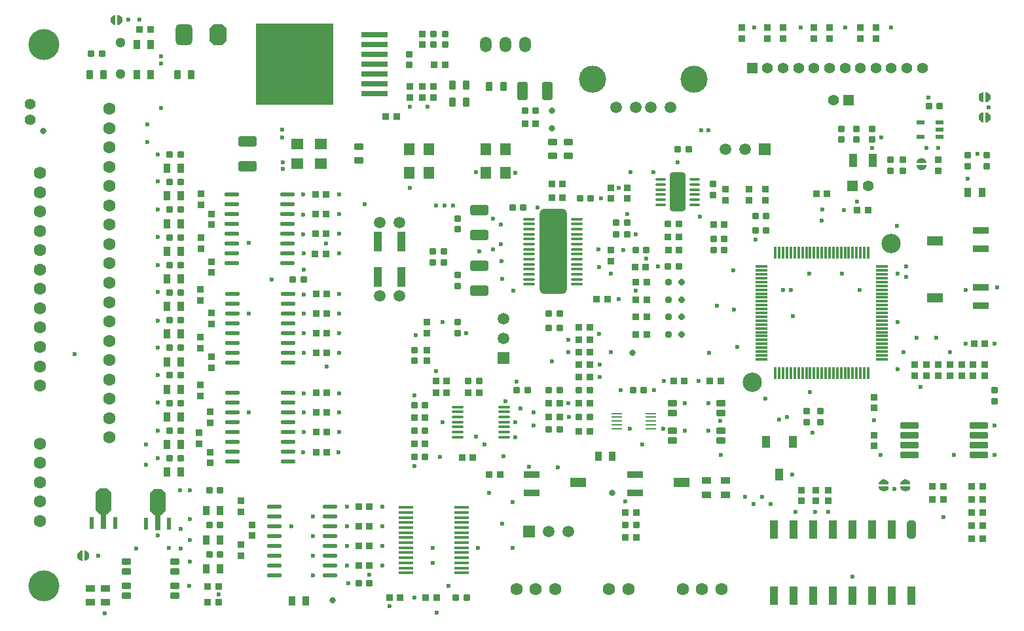
<source format=gts>
G04*
G04 #@! TF.GenerationSoftware,Altium Limited,Altium Designer,21.6.1 (37)*
G04*
G04 Layer_Color=8388736*
%FSLAX44Y44*%
%MOMM*%
G71*
G04*
G04 #@! TF.SameCoordinates,3233E1FD-44FA-4E4D-806F-7065AC5E4394*
G04*
G04*
G04 #@! TF.FilePolarity,Negative*
G04*
G01*
G75*
%ADD20C,0.2000*%
%ADD29R,1.1300X2.4400*%
G04:AMPARAMS|DCode=30|XSize=2.44mm|YSize=1.13mm|CornerRadius=0mm|HoleSize=0mm|Usage=FLASHONLY|Rotation=270.000|XOffset=0mm|YOffset=0mm|HoleType=Round|Shape=Octagon|*
%AMOCTAGOND30*
4,1,8,-0.2825,-1.2200,0.2825,-1.2200,0.5650,-0.9375,0.5650,0.9375,0.2825,1.2200,-0.2825,1.2200,-0.5650,0.9375,-0.5650,-0.9375,-0.2825,-1.2200,0.0*
%
%ADD30OCTAGOND30*%

G04:AMPARAMS|DCode=33|XSize=2.159mm|YSize=2.743mm|CornerRadius=0.5397mm|HoleSize=0mm|Usage=FLASHONLY|Rotation=180.000|XOffset=0mm|YOffset=0mm|HoleType=Round|Shape=RoundedRectangle|*
%AMROUNDEDRECTD33*
21,1,2.1590,1.6635,0,0,180.0*
21,1,1.0795,2.7430,0,0,180.0*
1,1,1.0795,-0.5397,0.8317*
1,1,1.0795,0.5397,0.8317*
1,1,1.0795,0.5397,-0.8317*
1,1,1.0795,-0.5397,-0.8317*
%
%ADD33ROUNDEDRECTD33*%
G04:AMPARAMS|DCode=34|XSize=2.159mm|YSize=2.743mm|CornerRadius=0mm|HoleSize=0mm|Usage=FLASHONLY|Rotation=180.000|XOffset=0mm|YOffset=0mm|HoleType=Round|Shape=Octagon|*
%AMOCTAGOND34*
4,1,8,0.5397,-1.3715,-0.5397,-1.3715,-1.0795,-0.8317,-1.0795,0.8317,-0.5397,1.3715,0.5397,1.3715,1.0795,0.8317,1.0795,-0.8317,0.5397,-1.3715,0.0*
%
%ADD34OCTAGOND34*%

G04:AMPARAMS|DCode=36|XSize=0.35mm|YSize=1.3mm|CornerRadius=0.0525mm|HoleSize=0mm|Usage=FLASHONLY|Rotation=90.000|XOffset=0mm|YOffset=0mm|HoleType=Round|Shape=RoundedRectangle|*
%AMROUNDEDRECTD36*
21,1,0.3500,1.1950,0,0,90.0*
21,1,0.2450,1.3000,0,0,90.0*
1,1,0.1050,0.5975,0.1225*
1,1,0.1050,0.5975,-0.1225*
1,1,0.1050,-0.5975,-0.1225*
1,1,0.1050,-0.5975,0.1225*
%
%ADD36ROUNDEDRECTD36*%
G04:AMPARAMS|DCode=37|XSize=5mm|YSize=2mm|CornerRadius=0.3mm|HoleSize=0mm|Usage=FLASHONLY|Rotation=90.000|XOffset=0mm|YOffset=0mm|HoleType=Round|Shape=RoundedRectangle|*
%AMROUNDEDRECTD37*
21,1,5.0000,1.4000,0,0,90.0*
21,1,4.4000,2.0000,0,0,90.0*
1,1,0.6000,0.7000,2.2000*
1,1,0.6000,0.7000,-2.2000*
1,1,0.6000,-0.7000,-2.2000*
1,1,0.6000,-0.7000,2.2000*
%
%ADD37ROUNDEDRECTD37*%
%ADD38R,2.0000X0.9000*%
%ADD39R,2.0000X1.3000*%
G04:AMPARAMS|DCode=40|XSize=0.4mm|YSize=1.8mm|CornerRadius=0.06mm|HoleSize=0mm|Usage=FLASHONLY|Rotation=90.000|XOffset=0mm|YOffset=0mm|HoleType=Round|Shape=RoundedRectangle|*
%AMROUNDEDRECTD40*
21,1,0.4000,1.6800,0,0,90.0*
21,1,0.2800,1.8000,0,0,90.0*
1,1,0.1200,0.8400,0.1400*
1,1,0.1200,0.8400,-0.1400*
1,1,0.1200,-0.8400,-0.1400*
1,1,0.1200,-0.8400,0.1400*
%
%ADD40ROUNDEDRECTD40*%
G04:AMPARAMS|DCode=43|XSize=0.25mm|YSize=1.3mm|CornerRadius=0.0375mm|HoleSize=0mm|Usage=FLASHONLY|Rotation=270.000|XOffset=0mm|YOffset=0mm|HoleType=Round|Shape=RoundedRectangle|*
%AMROUNDEDRECTD43*
21,1,0.2500,1.2250,0,0,270.0*
21,1,0.1750,1.3000,0,0,270.0*
1,1,0.0750,-0.6125,-0.0875*
1,1,0.0750,-0.6125,0.0875*
1,1,0.0750,0.6125,0.0875*
1,1,0.0750,0.6125,-0.0875*
%
%ADD43ROUNDEDRECTD43*%
G04:AMPARAMS|DCode=44|XSize=0.8mm|YSize=1.2mm|CornerRadius=0.12mm|HoleSize=0mm|Usage=FLASHONLY|Rotation=270.000|XOffset=0mm|YOffset=0mm|HoleType=Round|Shape=RoundedRectangle|*
%AMROUNDEDRECTD44*
21,1,0.8000,0.9600,0,0,270.0*
21,1,0.5600,1.2000,0,0,270.0*
1,1,0.2400,-0.4800,-0.2800*
1,1,0.2400,-0.4800,0.2800*
1,1,0.2400,0.4800,0.2800*
1,1,0.2400,0.4800,-0.2800*
%
%ADD44ROUNDEDRECTD44*%
G04:AMPARAMS|DCode=45|XSize=1mm|YSize=1.6mm|CornerRadius=0.1mm|HoleSize=0mm|Usage=FLASHONLY|Rotation=0.000|XOffset=0mm|YOffset=0mm|HoleType=Round|Shape=RoundedRectangle|*
%AMROUNDEDRECTD45*
21,1,1.0000,1.4000,0,0,0.0*
21,1,0.8000,1.6000,0,0,0.0*
1,1,0.2000,0.4000,-0.7000*
1,1,0.2000,-0.4000,-0.7000*
1,1,0.2000,-0.4000,0.7000*
1,1,0.2000,0.4000,0.7000*
%
%ADD45ROUNDEDRECTD45*%
%ADD46R,1.4000X1.5000*%
%ADD48R,0.6000X1.5000*%
%ADD49R,0.7000X2.0000*%
G04:AMPARAMS|DCode=50|XSize=2mm|YSize=3.4mm|CornerRadius=0mm|HoleSize=0mm|Usage=FLASHONLY|Rotation=180.000|XOffset=0mm|YOffset=0mm|HoleType=Round|Shape=Octagon|*
%AMOCTAGOND50*
4,1,8,0.5000,-1.7000,-0.5000,-1.7000,-1.0000,-1.2000,-1.0000,1.2000,-0.5000,1.7000,0.5000,1.7000,1.0000,1.2000,1.0000,-1.2000,0.5000,-1.7000,0.0*
%
%ADD50OCTAGOND50*%

%ADD51R,1.0000X1.8000*%
G04:AMPARAMS|DCode=52|XSize=0.55mm|YSize=1.1mm|CornerRadius=0.055mm|HoleSize=0mm|Usage=FLASHONLY|Rotation=90.000|XOffset=0mm|YOffset=0mm|HoleType=Round|Shape=RoundedRectangle|*
%AMROUNDEDRECTD52*
21,1,0.5500,0.9900,0,0,90.0*
21,1,0.4400,1.1000,0,0,90.0*
1,1,0.1100,0.4950,0.2200*
1,1,0.1100,0.4950,-0.2200*
1,1,0.1100,-0.4950,-0.2200*
1,1,0.1100,-0.4950,0.2200*
%
%ADD52ROUNDEDRECTD52*%
G04:AMPARAMS|DCode=53|XSize=0.3mm|YSize=1.5mm|CornerRadius=0.045mm|HoleSize=0mm|Usage=FLASHONLY|Rotation=90.000|XOffset=0mm|YOffset=0mm|HoleType=Round|Shape=RoundedRectangle|*
%AMROUNDEDRECTD53*
21,1,0.3000,1.4100,0,0,90.0*
21,1,0.2100,1.5000,0,0,90.0*
1,1,0.0900,0.7050,0.1050*
1,1,0.0900,0.7050,-0.1050*
1,1,0.0900,-0.7050,-0.1050*
1,1,0.0900,-0.7050,0.1050*
%
%ADD53ROUNDEDRECTD53*%
%ADD54P,0.8659X8X202.5*%
G04:AMPARAMS|DCode=55|XSize=0.8mm|YSize=0.8mm|CornerRadius=0.2mm|HoleSize=0mm|Usage=FLASHONLY|Rotation=180.000|XOffset=0mm|YOffset=0mm|HoleType=Round|Shape=RoundedRectangle|*
%AMROUNDEDRECTD55*
21,1,0.8000,0.4000,0,0,180.0*
21,1,0.4000,0.8000,0,0,180.0*
1,1,0.4000,-0.2000,0.2000*
1,1,0.4000,0.2000,0.2000*
1,1,0.4000,0.2000,-0.2000*
1,1,0.4000,-0.2000,-0.2000*
%
%ADD55ROUNDEDRECTD55*%
G04:AMPARAMS|DCode=56|XSize=11mm|YSize=3.5mm|CornerRadius=0.525mm|HoleSize=0mm|Usage=FLASHONLY|Rotation=270.000|XOffset=0mm|YOffset=0mm|HoleType=Round|Shape=RoundedRectangle|*
%AMROUNDEDRECTD56*
21,1,11.0000,2.4500,0,0,270.0*
21,1,9.9500,3.5000,0,0,270.0*
1,1,1.0500,-1.2250,-4.9750*
1,1,1.0500,-1.2250,4.9750*
1,1,1.0500,1.2250,4.9750*
1,1,1.0500,1.2250,-4.9750*
%
%ADD56ROUNDEDRECTD56*%
%ADD57R,3.5000X0.8000*%
%ADD58R,10.0000X10.5500*%
%ADD59R,1.5000X1.4000*%
G04:AMPARAMS|DCode=60|XSize=0.5mm|YSize=1.8mm|CornerRadius=0.075mm|HoleSize=0mm|Usage=FLASHONLY|Rotation=90.000|XOffset=0mm|YOffset=0mm|HoleType=Round|Shape=RoundedRectangle|*
%AMROUNDEDRECTD60*
21,1,0.5000,1.6500,0,0,90.0*
21,1,0.3500,1.8000,0,0,90.0*
1,1,0.1500,0.8250,0.1750*
1,1,0.1500,0.8250,-0.1750*
1,1,0.1500,-0.8250,-0.1750*
1,1,0.1500,-0.8250,0.1750*
%
%ADD60ROUNDEDRECTD60*%
%ADD61C,2.5000*%
%ADD62C,0.4032*%
%ADD63C,0.8000*%
%ADD64O,1.5900X0.3900*%
%ADD65O,0.3900X1.5900*%
G04:AMPARAMS|DCode=66|XSize=0.85mm|YSize=0.85mm|CornerRadius=0.125mm|HoleSize=0mm|Usage=FLASHONLY|Rotation=270.000|XOffset=0mm|YOffset=0mm|HoleType=Round|Shape=RoundedRectangle|*
%AMROUNDEDRECTD66*
21,1,0.8500,0.6000,0,0,270.0*
21,1,0.6000,0.8500,0,0,270.0*
1,1,0.2500,-0.3000,-0.3000*
1,1,0.2500,-0.3000,0.3000*
1,1,0.2500,0.3000,0.3000*
1,1,0.2500,0.3000,-0.3000*
%
%ADD66ROUNDEDRECTD66*%
G04:AMPARAMS|DCode=67|XSize=0.85mm|YSize=0.85mm|CornerRadius=0.125mm|HoleSize=0mm|Usage=FLASHONLY|Rotation=0.000|XOffset=0mm|YOffset=0mm|HoleType=Round|Shape=RoundedRectangle|*
%AMROUNDEDRECTD67*
21,1,0.8500,0.6000,0,0,0.0*
21,1,0.6000,0.8500,0,0,0.0*
1,1,0.2500,0.3000,-0.3000*
1,1,0.2500,-0.3000,-0.3000*
1,1,0.2500,-0.3000,0.3000*
1,1,0.2500,0.3000,0.3000*
%
%ADD67ROUNDEDRECTD67*%
%ADD68R,1.1000X2.6000*%
G04:AMPARAMS|DCode=69|XSize=1.2mm|YSize=0.9mm|CornerRadius=0.13mm|HoleSize=0mm|Usage=FLASHONLY|Rotation=270.000|XOffset=0mm|YOffset=0mm|HoleType=Round|Shape=RoundedRectangle|*
%AMROUNDEDRECTD69*
21,1,1.2000,0.6400,0,0,270.0*
21,1,0.9400,0.9000,0,0,270.0*
1,1,0.2600,-0.3200,-0.4700*
1,1,0.2600,-0.3200,0.4700*
1,1,0.2600,0.3200,0.4700*
1,1,0.2600,0.3200,-0.4700*
%
%ADD69ROUNDEDRECTD69*%
%ADD70R,0.8500X0.9000*%
%ADD71R,0.9000X1.3000*%
%ADD72R,0.9000X0.8500*%
G04:AMPARAMS|DCode=73|XSize=1.3mm|YSize=2.4mm|CornerRadius=0.17mm|HoleSize=0mm|Usage=FLASHONLY|Rotation=270.000|XOffset=0mm|YOffset=0mm|HoleType=Round|Shape=RoundedRectangle|*
%AMROUNDEDRECTD73*
21,1,1.3000,2.0600,0,0,270.0*
21,1,0.9600,2.4000,0,0,270.0*
1,1,0.3400,-1.0300,-0.4800*
1,1,0.3400,-1.0300,0.4800*
1,1,0.3400,1.0300,0.4800*
1,1,0.3400,1.0300,-0.4800*
%
%ADD73ROUNDEDRECTD73*%
G04:AMPARAMS|DCode=74|XSize=1.2mm|YSize=0.9mm|CornerRadius=0.13mm|HoleSize=0mm|Usage=FLASHONLY|Rotation=180.000|XOffset=0mm|YOffset=0mm|HoleType=Round|Shape=RoundedRectangle|*
%AMROUNDEDRECTD74*
21,1,1.2000,0.6400,0,0,180.0*
21,1,0.9400,0.9000,0,0,180.0*
1,1,0.2600,-0.4700,0.3200*
1,1,0.2600,0.4700,0.3200*
1,1,0.2600,0.4700,-0.3200*
1,1,0.2600,-0.4700,-0.3200*
%
%ADD74ROUNDEDRECTD74*%
G04:AMPARAMS|DCode=75|XSize=0.8mm|YSize=2.4mm|CornerRadius=0.12mm|HoleSize=0mm|Usage=FLASHONLY|Rotation=270.000|XOffset=0mm|YOffset=0mm|HoleType=Round|Shape=RoundedRectangle|*
%AMROUNDEDRECTD75*
21,1,0.8000,2.1600,0,0,270.0*
21,1,0.5600,2.4000,0,0,270.0*
1,1,0.2400,-1.0800,-0.2800*
1,1,0.2400,-1.0800,0.2800*
1,1,0.2400,1.0800,0.2800*
1,1,0.2400,1.0800,-0.2800*
%
%ADD75ROUNDEDRECTD75*%
%ADD76R,1.3000X0.9000*%
G04:AMPARAMS|DCode=77|XSize=1.3mm|YSize=2.4mm|CornerRadius=0.17mm|HoleSize=0mm|Usage=FLASHONLY|Rotation=180.000|XOffset=0mm|YOffset=0mm|HoleType=Round|Shape=RoundedRectangle|*
%AMROUNDEDRECTD77*
21,1,1.3000,2.0600,0,0,180.0*
21,1,0.9600,2.4000,0,0,180.0*
1,1,0.3400,-0.4800,1.0300*
1,1,0.3400,0.4800,1.0300*
1,1,0.3400,0.4800,-1.0300*
1,1,0.3400,-0.4800,-1.0300*
%
%ADD77ROUNDEDRECTD77*%
%ADD78C,1.6000*%
%ADD79C,1.5000*%
%ADD80C,3.5000*%
%ADD81O,1.5000X2.0000*%
%ADD82C,4.0000*%
%ADD83C,1.4000*%
%ADD84R,1.5000X1.5000*%
%ADD85R,1.5000X1.5000*%
%ADD86R,1.4000X1.4000*%
%ADD87C,0.6000*%
%ADD88C,1.3000*%
G36*
X142730Y788334D02*
X142730Y775500D01*
X142489Y775499D01*
X142008Y775535D01*
X141531Y775608D01*
X141061Y775718D01*
X140831Y775791D01*
X140831Y775790D01*
X139675Y776140D01*
X137773Y777629D01*
X136537Y779705D01*
X136136Y782087D01*
X136380Y783270D01*
Y783270D01*
X136562Y784381D01*
X137699Y786323D01*
X139459Y787727D01*
X141606Y788404D01*
X142730Y788334D01*
D02*
G37*
G36*
X148540Y787727D02*
X150300Y786323D01*
X151438Y784381D01*
X151620Y783270D01*
X151620Y783270D01*
X151864Y782087D01*
X151463Y779705D01*
X150227Y777629D01*
X148325Y776141D01*
X147169Y775791D01*
X147169Y775791D01*
X146939Y775718D01*
X146469Y775608D01*
X145992Y775535D01*
X145511Y775499D01*
X145270Y775500D01*
X145270Y788334D01*
X146394Y788404D01*
X148540Y787727D01*
D02*
G37*
G36*
X1271080Y687727D02*
X1272840Y686323D01*
X1273978Y684381D01*
X1274160Y683270D01*
X1274160Y683270D01*
X1274404Y682087D01*
X1274003Y679705D01*
X1272767Y677629D01*
X1270865Y676141D01*
X1269709Y675791D01*
X1269709Y675791D01*
X1269479Y675718D01*
X1269009Y675608D01*
X1268532Y675535D01*
X1268051Y675499D01*
X1267810Y675500D01*
X1267810Y688334D01*
X1267810D01*
X1267810Y688334D01*
Y688334D01*
X1268934Y688404D01*
X1271080Y687727D01*
D02*
G37*
G36*
X1265269Y688334D02*
X1265269Y688334D01*
X1265270Y675500D01*
X1265029Y675499D01*
X1264548Y675535D01*
X1264071Y675608D01*
X1263601Y675718D01*
X1263371Y675791D01*
X1263371Y675790D01*
X1262215Y676140D01*
X1260313Y677629D01*
X1259077Y679705D01*
X1258676Y682087D01*
X1258920Y683270D01*
Y683270D01*
X1259102Y684381D01*
X1260240Y686323D01*
X1261999Y687727D01*
X1264146Y688404D01*
X1265269Y688334D01*
D02*
G37*
G36*
X1271080Y661727D02*
X1272840Y660323D01*
X1273978Y658381D01*
X1274160Y657270D01*
X1274160Y657270D01*
X1274404Y656087D01*
X1274003Y653705D01*
X1272767Y651629D01*
X1270865Y650141D01*
X1269709Y649791D01*
X1269709Y649791D01*
X1269479Y649718D01*
X1269009Y649608D01*
X1268532Y649535D01*
X1268051Y649499D01*
X1267810Y649500D01*
X1267810Y662334D01*
X1267810D01*
X1267810Y662334D01*
Y662334D01*
X1268934Y662404D01*
X1271080Y661727D01*
D02*
G37*
G36*
X1265269Y662334D02*
X1265270Y662334D01*
X1265270Y649500D01*
X1265029Y649499D01*
X1264548Y649535D01*
X1264071Y649608D01*
X1263601Y649718D01*
X1263371Y649791D01*
X1263371Y649790D01*
X1262215Y650140D01*
X1260313Y651629D01*
X1259077Y653705D01*
X1258676Y656087D01*
X1258920Y657270D01*
Y657270D01*
X1259102Y658381D01*
X1260240Y660323D01*
X1262000Y661727D01*
X1264146Y662404D01*
X1265269Y662334D01*
D02*
G37*
G36*
X1187295Y603003D02*
X1189371Y601767D01*
X1190859Y599865D01*
X1191209Y598709D01*
X1191209Y598709D01*
X1191282Y598479D01*
X1191392Y598009D01*
X1191465Y597532D01*
X1191501Y597051D01*
X1191500Y596810D01*
X1178666Y596810D01*
Y596810D01*
X1178596Y597934D01*
X1179273Y600080D01*
X1180677Y601840D01*
X1182619Y602978D01*
X1183730Y603160D01*
X1183730Y603160D01*
X1184913Y603404D01*
X1187295Y603003D01*
D02*
G37*
G36*
X1191501Y594029D02*
X1191465Y593548D01*
X1191392Y593071D01*
X1191282Y592601D01*
X1191209Y592371D01*
X1191210Y592371D01*
X1190860Y591215D01*
X1189371Y589313D01*
X1187295Y588077D01*
X1184913Y587676D01*
X1183730Y587920D01*
X1183730D01*
X1182619Y588102D01*
X1180677Y589240D01*
X1179273Y590999D01*
X1178596Y593146D01*
X1178666Y594269D01*
Y594269D01*
X1191500Y594270D01*
X1191501Y594029D01*
D02*
G37*
G36*
X1166295Y187463D02*
X1168371Y186227D01*
X1169859Y184325D01*
X1170209Y183169D01*
X1170209Y183169D01*
X1170282Y182939D01*
X1170392Y182469D01*
X1170465Y181992D01*
X1170501Y181511D01*
X1170500Y181270D01*
X1157666Y181270D01*
Y181270D01*
X1157596Y182394D01*
X1158273Y184540D01*
X1159677Y186300D01*
X1161619Y187438D01*
X1162730Y187620D01*
X1162730Y187620D01*
X1163913Y187864D01*
X1166295Y187463D01*
D02*
G37*
G36*
X1138295D02*
X1140371Y186227D01*
X1141859Y184325D01*
X1142209Y183169D01*
X1142209Y183169D01*
X1142282Y182939D01*
X1142392Y182469D01*
X1142465Y181992D01*
X1142501Y181511D01*
X1142500Y181270D01*
X1129666Y181270D01*
Y181270D01*
X1129596Y182394D01*
X1130273Y184540D01*
X1131677Y186300D01*
X1133619Y187438D01*
X1134730Y187620D01*
X1134730Y187620D01*
X1135913Y187864D01*
X1138295Y187463D01*
D02*
G37*
G36*
X1170501Y178489D02*
X1170465Y178008D01*
X1170392Y177531D01*
X1170282Y177061D01*
X1170209Y176831D01*
X1170210Y176831D01*
X1169860Y175675D01*
X1168371Y173773D01*
X1166295Y172537D01*
X1163913Y172136D01*
X1162730Y172380D01*
X1162730D01*
X1161619Y172562D01*
X1159677Y173700D01*
X1158273Y175459D01*
X1157596Y177606D01*
X1157666Y178729D01*
Y178729D01*
X1170500Y178730D01*
X1170501Y178489D01*
D02*
G37*
G36*
X1142501D02*
X1142465Y178008D01*
X1142392Y177531D01*
X1142282Y177061D01*
X1142209Y176831D01*
X1142210Y176831D01*
X1141860Y175675D01*
X1140371Y173773D01*
X1138295Y172537D01*
X1135913Y172136D01*
X1134730Y172380D01*
X1134730D01*
X1133619Y172562D01*
X1131677Y173700D01*
X1130273Y175459D01*
X1129596Y177606D01*
X1129666Y178729D01*
Y178729D01*
X1142500Y178730D01*
X1142501Y178489D01*
D02*
G37*
G36*
X99729Y95334D02*
X99730Y82500D01*
X99489Y82499D01*
X99008Y82535D01*
X98531Y82608D01*
X98061Y82718D01*
X97831Y82791D01*
X97831Y82790D01*
X96675Y83140D01*
X94773Y84629D01*
X93537Y86705D01*
X93136Y89087D01*
X93380Y90270D01*
Y90270D01*
X93562Y91381D01*
X94700Y93323D01*
X96459Y94727D01*
X98606Y95404D01*
X99729Y95334D01*
D02*
G37*
G36*
X105541Y94727D02*
X107300Y93323D01*
X108438Y91381D01*
X108620Y90270D01*
X108620Y90270D01*
X108864Y89087D01*
X108463Y86705D01*
X107227Y84629D01*
X105325Y83141D01*
X104169Y82791D01*
X104169Y82791D01*
X103939Y82718D01*
X103469Y82608D01*
X102992Y82535D01*
X102511Y82499D01*
X102270Y82500D01*
X102270Y95334D01*
X103394Y95404D01*
X105541Y94727D01*
D02*
G37*
D20*
X139540Y782000D02*
D03*
X96540Y89000D02*
D03*
X1185000Y591080D02*
D03*
X1164000Y175540D02*
D03*
X1136000D02*
D03*
X1262080Y682000D02*
D03*
X1262080Y656000D02*
D03*
D29*
X994000Y37000D02*
D03*
X1019400D02*
D03*
X1044800D02*
D03*
X1070200D02*
D03*
X1095600D02*
D03*
X1121000D02*
D03*
X1146400D02*
D03*
X1171800D02*
D03*
X994000Y123000D02*
D03*
X1019400D02*
D03*
X1044800D02*
D03*
X1070200D02*
D03*
X1095600D02*
D03*
X1121000D02*
D03*
X1146400D02*
D03*
D30*
X1171800D02*
D03*
D33*
X230900Y762500D02*
D03*
D34*
X275100D02*
D03*
D36*
X892000Y562500D02*
D03*
Y569000D02*
D03*
Y575500D02*
D03*
Y556000D02*
D03*
X848000D02*
D03*
Y562500D02*
D03*
Y569000D02*
D03*
Y575500D02*
D03*
Y549500D02*
D03*
Y543000D02*
D03*
X892000D02*
D03*
Y549500D02*
D03*
D37*
X870000Y559250D02*
D03*
D38*
X1262000Y486250D02*
D03*
Y509750D02*
D03*
Y412250D02*
D03*
Y435750D02*
D03*
X681000Y193750D02*
D03*
Y170250D02*
D03*
X814588Y193750D02*
D03*
Y170250D02*
D03*
D39*
X1202000Y496250D02*
D03*
Y422250D02*
D03*
X741000Y183750D02*
D03*
X874588D02*
D03*
D40*
X518000Y151250D02*
D03*
Y144750D02*
D03*
Y138250D02*
D03*
Y131750D02*
D03*
Y125250D02*
D03*
Y118750D02*
D03*
Y112250D02*
D03*
Y105750D02*
D03*
Y99250D02*
D03*
Y92750D02*
D03*
Y86250D02*
D03*
Y79750D02*
D03*
Y73250D02*
D03*
Y66750D02*
D03*
X590000Y151250D02*
D03*
Y144750D02*
D03*
Y138250D02*
D03*
Y131750D02*
D03*
Y125250D02*
D03*
Y118750D02*
D03*
Y112250D02*
D03*
Y105750D02*
D03*
Y99250D02*
D03*
Y92750D02*
D03*
Y86250D02*
D03*
Y79750D02*
D03*
Y73250D02*
D03*
Y66750D02*
D03*
D43*
X835000Y253000D02*
D03*
Y258000D02*
D03*
Y263000D02*
D03*
Y268000D02*
D03*
Y273000D02*
D03*
X791000Y253000D02*
D03*
Y258000D02*
D03*
Y263000D02*
D03*
Y268000D02*
D03*
Y273000D02*
D03*
D44*
X925501Y250349D02*
D03*
Y237649D02*
D03*
X862501D02*
D03*
Y250349D02*
D03*
X925501Y286000D02*
D03*
Y273300D02*
D03*
X862501D02*
D03*
Y286000D02*
D03*
X156499Y68651D02*
D03*
Y81351D02*
D03*
X219499D02*
D03*
Y68651D02*
D03*
X156499Y37651D02*
D03*
Y50351D02*
D03*
X219499D02*
D03*
Y37651D02*
D03*
D45*
X1001000Y194000D02*
D03*
X1018500Y236000D02*
D03*
X983500D02*
D03*
D46*
X621600Y615000D02*
D03*
X646600D02*
D03*
Y584000D02*
D03*
X621600D02*
D03*
X547750D02*
D03*
X522750D02*
D03*
Y615000D02*
D03*
X547750D02*
D03*
D48*
X112000Y131000D02*
D03*
X142000D02*
D03*
X182000Y130000D02*
D03*
X212000D02*
D03*
D49*
X127000Y133500D02*
D03*
X197000Y132500D02*
D03*
D50*
X127000Y159000D02*
D03*
X197000Y158000D02*
D03*
D51*
X1121500Y600000D02*
D03*
X1096500D02*
D03*
D52*
X1184000Y630500D02*
D03*
Y649500D02*
D03*
X1208000D02*
D03*
Y640000D02*
D03*
Y630500D02*
D03*
D53*
X645000Y242500D02*
D03*
Y249000D02*
D03*
Y255500D02*
D03*
Y262000D02*
D03*
Y268500D02*
D03*
Y275000D02*
D03*
Y281500D02*
D03*
X585000Y242500D02*
D03*
Y249000D02*
D03*
Y255500D02*
D03*
Y262000D02*
D03*
Y268500D02*
D03*
Y275000D02*
D03*
Y281500D02*
D03*
X739400Y440000D02*
D03*
Y446500D02*
D03*
Y453000D02*
D03*
Y459500D02*
D03*
Y466000D02*
D03*
Y472500D02*
D03*
Y479000D02*
D03*
Y485500D02*
D03*
Y492000D02*
D03*
Y498500D02*
D03*
Y505000D02*
D03*
Y511500D02*
D03*
Y518000D02*
D03*
Y524500D02*
D03*
X677400Y440000D02*
D03*
Y446500D02*
D03*
Y453000D02*
D03*
Y459500D02*
D03*
Y466000D02*
D03*
Y472500D02*
D03*
Y479000D02*
D03*
Y485500D02*
D03*
Y492000D02*
D03*
Y498500D02*
D03*
Y505000D02*
D03*
Y511500D02*
D03*
Y518000D02*
D03*
Y524500D02*
D03*
D54*
X875000Y443000D02*
D03*
Y375000D02*
D03*
Y398000D02*
D03*
Y420333D02*
D03*
D55*
X858000Y443000D02*
D03*
Y375000D02*
D03*
Y398000D02*
D03*
Y420333D02*
D03*
D56*
X708400Y482250D02*
D03*
D57*
X478000Y686800D02*
D03*
Y699500D02*
D03*
Y712200D02*
D03*
Y724900D02*
D03*
Y737600D02*
D03*
Y750300D02*
D03*
Y763000D02*
D03*
D58*
X374000Y724900D02*
D03*
D59*
X377500Y621500D02*
D03*
Y596500D02*
D03*
X408500D02*
D03*
Y621500D02*
D03*
D60*
X366000Y338550D02*
D03*
X294000D02*
D03*
X366000Y351250D02*
D03*
X294000D02*
D03*
X366000Y363950D02*
D03*
X294000D02*
D03*
X366000Y376650D02*
D03*
X294000D02*
D03*
X366000Y389350D02*
D03*
X294000D02*
D03*
X366000Y402050D02*
D03*
X294000D02*
D03*
Y414750D02*
D03*
X366000D02*
D03*
X294000Y427450D02*
D03*
X366000D02*
D03*
Y210500D02*
D03*
X294000D02*
D03*
X366000Y223200D02*
D03*
X294000D02*
D03*
X366000Y235900D02*
D03*
X294000D02*
D03*
X366000Y248600D02*
D03*
X294000D02*
D03*
X366000Y261300D02*
D03*
X294000D02*
D03*
X366000Y274000D02*
D03*
X294000D02*
D03*
Y286700D02*
D03*
X366000D02*
D03*
X294000Y299400D02*
D03*
X366000D02*
D03*
X365000Y467250D02*
D03*
X293000D02*
D03*
X365000Y479950D02*
D03*
X293000D02*
D03*
X365000Y492650D02*
D03*
X293000D02*
D03*
X365000Y505350D02*
D03*
X293000D02*
D03*
X365000Y518050D02*
D03*
X293000D02*
D03*
X365000Y530750D02*
D03*
X293000D02*
D03*
Y543450D02*
D03*
X365000D02*
D03*
X293000Y556150D02*
D03*
X365000D02*
D03*
X420000Y63350D02*
D03*
X348000D02*
D03*
X420000Y76050D02*
D03*
X348000D02*
D03*
X420000Y88750D02*
D03*
X348000D02*
D03*
X420000Y101450D02*
D03*
X348000D02*
D03*
X420000Y114150D02*
D03*
X348000D02*
D03*
X420000Y126850D02*
D03*
X348000D02*
D03*
Y139550D02*
D03*
X420000D02*
D03*
X348000Y152250D02*
D03*
X420000D02*
D03*
D61*
X966000Y313000D02*
D03*
X1146000Y493000D02*
D03*
D62*
X148460Y782000D02*
D03*
X105460Y89000D02*
D03*
X1185000Y600000D02*
D03*
X1164000Y184460D02*
D03*
X1136000D02*
D03*
X1271000Y682000D02*
D03*
X1271000Y656000D02*
D03*
D63*
X966000Y313000D02*
D03*
X1146000Y493000D02*
D03*
X707000Y665000D02*
D03*
Y642000D02*
D03*
X785000Y170000D02*
D03*
X870000Y547250D02*
D03*
Y571250D02*
D03*
Y559250D02*
D03*
X48840Y638000D02*
D03*
X423000Y31000D02*
D03*
X714750Y444150D02*
D03*
X702050D02*
D03*
Y458120D02*
D03*
X714750D02*
D03*
X702050Y473360D02*
D03*
X714750D02*
D03*
X702050Y491140D02*
D03*
X714750D02*
D03*
X702050Y506380D02*
D03*
X714750D02*
D03*
Y520350D02*
D03*
X702050D02*
D03*
X811000Y351000D02*
D03*
D64*
X1134000Y463000D02*
D03*
Y458000D02*
D03*
Y453000D02*
D03*
Y448000D02*
D03*
Y443000D02*
D03*
Y438000D02*
D03*
Y433000D02*
D03*
Y428000D02*
D03*
Y423000D02*
D03*
Y418000D02*
D03*
Y413000D02*
D03*
Y408000D02*
D03*
Y403000D02*
D03*
Y398000D02*
D03*
Y393000D02*
D03*
Y388000D02*
D03*
Y383000D02*
D03*
Y378000D02*
D03*
Y373000D02*
D03*
Y368000D02*
D03*
Y363000D02*
D03*
Y358000D02*
D03*
Y353000D02*
D03*
Y348000D02*
D03*
Y343000D02*
D03*
X978000D02*
D03*
Y348000D02*
D03*
Y353000D02*
D03*
Y358000D02*
D03*
Y363000D02*
D03*
Y368000D02*
D03*
Y373000D02*
D03*
Y378000D02*
D03*
Y383000D02*
D03*
Y388000D02*
D03*
Y393000D02*
D03*
Y398000D02*
D03*
Y403000D02*
D03*
Y408000D02*
D03*
Y413000D02*
D03*
Y418000D02*
D03*
Y423000D02*
D03*
Y428000D02*
D03*
Y433000D02*
D03*
Y438000D02*
D03*
Y443000D02*
D03*
Y448000D02*
D03*
Y453000D02*
D03*
Y458000D02*
D03*
Y463000D02*
D03*
D65*
X1116000Y325000D02*
D03*
X1111000D02*
D03*
X1106000D02*
D03*
X1101000D02*
D03*
X1096000D02*
D03*
X1091000D02*
D03*
X1086000D02*
D03*
X1081000D02*
D03*
X1076000D02*
D03*
X1071000D02*
D03*
X1066000D02*
D03*
X1061000D02*
D03*
X1056000D02*
D03*
X1051000D02*
D03*
X1046000D02*
D03*
X1041000D02*
D03*
X1036000D02*
D03*
X1031000D02*
D03*
X1026000D02*
D03*
X1021000D02*
D03*
X1016000D02*
D03*
X1011000D02*
D03*
X1006000D02*
D03*
X1001000D02*
D03*
X996000D02*
D03*
Y481000D02*
D03*
X1001000D02*
D03*
X1006000D02*
D03*
X1011000D02*
D03*
X1016000D02*
D03*
X1021000D02*
D03*
X1026000D02*
D03*
X1031000D02*
D03*
X1036000D02*
D03*
X1041000D02*
D03*
X1046000D02*
D03*
X1051000D02*
D03*
X1056000D02*
D03*
X1061000D02*
D03*
X1066000D02*
D03*
X1071000D02*
D03*
X1076000D02*
D03*
X1081000D02*
D03*
X1086000D02*
D03*
X1091000D02*
D03*
X1096000D02*
D03*
X1101000D02*
D03*
X1106000D02*
D03*
X1111000D02*
D03*
X1116000D02*
D03*
D66*
X1269000Y593000D02*
D03*
Y607000D02*
D03*
X1245000Y593000D02*
D03*
Y607000D02*
D03*
X1054000Y276000D02*
D03*
Y262000D02*
D03*
X1279000Y289000D02*
D03*
Y303000D02*
D03*
X584900Y377000D02*
D03*
Y391000D02*
D03*
Y511000D02*
D03*
Y525000D02*
D03*
X569000Y750000D02*
D03*
Y764000D02*
D03*
X553750Y750000D02*
D03*
Y764000D02*
D03*
X522750Y723600D02*
D03*
Y737600D02*
D03*
X1145000Y601000D02*
D03*
Y587000D02*
D03*
X1161000Y601000D02*
D03*
Y587000D02*
D03*
X1036000Y262000D02*
D03*
Y276000D02*
D03*
X915000Y569500D02*
D03*
Y555500D02*
D03*
X1081000Y627000D02*
D03*
Y641000D02*
D03*
X1121000D02*
D03*
Y627000D02*
D03*
X1101000Y641000D02*
D03*
Y627000D02*
D03*
X528950Y341000D02*
D03*
Y355000D02*
D03*
X584900Y438000D02*
D03*
Y452000D02*
D03*
D67*
X984000Y528000D02*
D03*
X970000D02*
D03*
X543000Y284000D02*
D03*
X529000D02*
D03*
X543000Y251000D02*
D03*
X529000D02*
D03*
Y216750D02*
D03*
X543000D02*
D03*
X111000Y738000D02*
D03*
X125000D02*
D03*
X870950Y518000D02*
D03*
X856950D02*
D03*
X567000Y468000D02*
D03*
X553000D02*
D03*
X856950Y463000D02*
D03*
X870950D02*
D03*
X597000Y34750D02*
D03*
X583000D02*
D03*
X1194516Y671000D02*
D03*
X1208516D02*
D03*
X670000Y539000D02*
D03*
X656000D02*
D03*
X471000Y53000D02*
D03*
X457000D02*
D03*
X826000Y303000D02*
D03*
X812000D02*
D03*
X553000Y483000D02*
D03*
X567000D02*
D03*
X372000Y446000D02*
D03*
X386000D02*
D03*
X930000Y484500D02*
D03*
X916000D02*
D03*
X672000Y665000D02*
D03*
X686000D02*
D03*
X829000Y484000D02*
D03*
X815000D02*
D03*
X613000Y314750D02*
D03*
X599000D02*
D03*
X742000Y303000D02*
D03*
X756000D02*
D03*
X970000Y510000D02*
D03*
X984000D02*
D03*
X227000Y215000D02*
D03*
X213000D02*
D03*
X264000Y91000D02*
D03*
X278000D02*
D03*
X264000Y128500D02*
D03*
X278000D02*
D03*
X213000Y250727D02*
D03*
X227000D02*
D03*
X213000Y286455D02*
D03*
X227000D02*
D03*
X213000Y322182D02*
D03*
X227000D02*
D03*
X264000Y174000D02*
D03*
X278000D02*
D03*
X213000Y465091D02*
D03*
X227000D02*
D03*
X213000Y536545D02*
D03*
X227000D02*
D03*
X213000Y572273D02*
D03*
X227000D02*
D03*
X213000Y429364D02*
D03*
X227000D02*
D03*
X213000Y500818D02*
D03*
X227000D02*
D03*
X213000Y393636D02*
D03*
X227000D02*
D03*
X213000Y608000D02*
D03*
X227000D02*
D03*
X213000Y357909D02*
D03*
X227000D02*
D03*
X870000Y615000D02*
D03*
X884000D02*
D03*
X930000Y499000D02*
D03*
X916000D02*
D03*
X675525Y303000D02*
D03*
X661525D02*
D03*
X703000D02*
D03*
X717000D02*
D03*
Y252000D02*
D03*
X703000D02*
D03*
X816050Y129000D02*
D03*
X802050D02*
D03*
X717000Y383750D02*
D03*
X703000D02*
D03*
X757400Y551000D02*
D03*
X743400D02*
D03*
X804400Y505000D02*
D03*
X790400D02*
D03*
Y520000D02*
D03*
X804400D02*
D03*
X717000Y402000D02*
D03*
X703000D02*
D03*
X742000Y268000D02*
D03*
X756000D02*
D03*
D68*
X512000Y495000D02*
D03*
X482000D02*
D03*
X512000Y450000D02*
D03*
X482000D02*
D03*
D69*
X644000Y696000D02*
D03*
X626000D02*
D03*
X596000Y697900D02*
D03*
X578000D02*
D03*
X596000Y675750D02*
D03*
X578000D02*
D03*
X127000Y711000D02*
D03*
X109000D02*
D03*
X240750D02*
D03*
X222750D02*
D03*
D70*
X542950Y267437D02*
D03*
X528950D02*
D03*
X542950Y234000D02*
D03*
X528950D02*
D03*
X672000Y648000D02*
D03*
X686000D02*
D03*
X497000Y35000D02*
D03*
X511000D02*
D03*
X558000D02*
D03*
X544000D02*
D03*
X1253000Y363000D02*
D03*
X1267000D02*
D03*
X613000Y300000D02*
D03*
X599000D02*
D03*
X571000Y315000D02*
D03*
X557000D02*
D03*
X1250000Y179000D02*
D03*
X1264000D02*
D03*
X864300Y315000D02*
D03*
X878300D02*
D03*
X911501D02*
D03*
X925501D02*
D03*
X555050Y724000D02*
D03*
X569050D02*
D03*
X506000Y657000D02*
D03*
X492000D02*
D03*
X276000Y28651D02*
D03*
X262000D02*
D03*
X276000Y49000D02*
D03*
X262000D02*
D03*
X415000Y556150D02*
D03*
X401000D02*
D03*
X415000Y530750D02*
D03*
X401000D02*
D03*
X415000Y505350D02*
D03*
X401000D02*
D03*
X414950Y479650D02*
D03*
X400950D02*
D03*
X416000Y427450D02*
D03*
X402000D02*
D03*
X416000Y402000D02*
D03*
X402000D02*
D03*
X416000Y377000D02*
D03*
X402000D02*
D03*
X416000Y351000D02*
D03*
X402000D02*
D03*
X756000Y286000D02*
D03*
X742000D02*
D03*
X930050Y517000D02*
D03*
X916050D02*
D03*
X857000Y501000D02*
D03*
X871000D02*
D03*
X857700Y484250D02*
D03*
X871700D02*
D03*
X1102000Y536000D02*
D03*
X1116000D02*
D03*
X1049000Y557000D02*
D03*
X1063000D02*
D03*
X756000Y384000D02*
D03*
X742000D02*
D03*
X557000Y300000D02*
D03*
X571000D02*
D03*
X717000Y286000D02*
D03*
X703000D02*
D03*
Y268250D02*
D03*
X717000D02*
D03*
X605000Y216000D02*
D03*
X591000D02*
D03*
X640000Y194000D02*
D03*
X626000D02*
D03*
X802000Y145000D02*
D03*
X816000D02*
D03*
X742000Y250000D02*
D03*
X756000D02*
D03*
X1264000Y111000D02*
D03*
X1250000D02*
D03*
X1264000Y127778D02*
D03*
X1250000D02*
D03*
X1264000Y144556D02*
D03*
X1250000D02*
D03*
X1213000Y161333D02*
D03*
X1199000D02*
D03*
X1213000Y179000D02*
D03*
X1199000D02*
D03*
X1250000Y161333D02*
D03*
X1264000D02*
D03*
X829500Y443000D02*
D03*
X815500D02*
D03*
X829500Y420333D02*
D03*
X815500D02*
D03*
X829500Y397667D02*
D03*
X815500D02*
D03*
X829500Y375000D02*
D03*
X815500D02*
D03*
X707000Y570000D02*
D03*
X721000D02*
D03*
X707000Y552000D02*
D03*
X721000D02*
D03*
X828200Y462000D02*
D03*
X814200D02*
D03*
X765000Y421000D02*
D03*
X779000D02*
D03*
X756000Y336000D02*
D03*
X742000D02*
D03*
Y320000D02*
D03*
X756000D02*
D03*
X755900Y352000D02*
D03*
X741900D02*
D03*
Y368000D02*
D03*
X755900D02*
D03*
X802000Y113000D02*
D03*
X816000D02*
D03*
X457000Y152450D02*
D03*
X471000D02*
D03*
X457000Y127000D02*
D03*
X471000D02*
D03*
X457000Y101650D02*
D03*
X471000D02*
D03*
X457000Y76000D02*
D03*
X471000D02*
D03*
X402000Y299400D02*
D03*
X416000D02*
D03*
X402000Y274000D02*
D03*
X416000D02*
D03*
X402000Y249000D02*
D03*
X416000D02*
D03*
X402000Y223000D02*
D03*
X416000D02*
D03*
X174000Y770000D02*
D03*
X188000D02*
D03*
D71*
X785000Y218000D02*
D03*
X767000D02*
D03*
X188000Y750000D02*
D03*
X170000D02*
D03*
X278000Y147250D02*
D03*
X260000D02*
D03*
X227000Y268440D02*
D03*
X209000D02*
D03*
X227000Y304160D02*
D03*
X209000D02*
D03*
Y339880D02*
D03*
X227000D02*
D03*
X209000Y375600D02*
D03*
X227000D02*
D03*
X209000Y411320D02*
D03*
X227000D02*
D03*
X209000Y447040D02*
D03*
X227000D02*
D03*
X209000Y482760D02*
D03*
X227000D02*
D03*
X209000Y518480D02*
D03*
X227000D02*
D03*
X209000Y554200D02*
D03*
X227000D02*
D03*
X209000Y589920D02*
D03*
X227000D02*
D03*
X170000Y711500D02*
D03*
X188000D02*
D03*
X209000Y232720D02*
D03*
X227000D02*
D03*
X209000Y197000D02*
D03*
X227000D02*
D03*
X260000Y109625D02*
D03*
X278000D02*
D03*
X260000Y72000D02*
D03*
X278000D02*
D03*
X389000Y30901D02*
D03*
X371000D02*
D03*
X1245000Y559000D02*
D03*
X1263000D02*
D03*
D72*
X1191167Y322000D02*
D03*
Y336000D02*
D03*
X1206333Y322000D02*
D03*
Y336000D02*
D03*
X1221500D02*
D03*
Y322000D02*
D03*
X1251833Y336000D02*
D03*
Y322000D02*
D03*
X1236667Y336000D02*
D03*
Y322000D02*
D03*
X1124000Y294000D02*
D03*
Y280000D02*
D03*
X804150Y551000D02*
D03*
Y565000D02*
D03*
X783000D02*
D03*
Y551000D02*
D03*
X1124000Y231000D02*
D03*
Y245000D02*
D03*
X1267000Y322000D02*
D03*
Y336000D02*
D03*
X1176000Y322000D02*
D03*
Y336000D02*
D03*
X1048000Y174000D02*
D03*
Y160000D02*
D03*
X539000Y750000D02*
D03*
Y764000D02*
D03*
X1207000Y587050D02*
D03*
Y601050D02*
D03*
X523000Y682000D02*
D03*
Y696000D02*
D03*
X1064000Y174000D02*
D03*
Y160000D02*
D03*
X251000Y248000D02*
D03*
Y234000D02*
D03*
X267000Y403000D02*
D03*
Y389000D02*
D03*
X252000Y433400D02*
D03*
Y419400D02*
D03*
X267000Y469400D02*
D03*
Y455400D02*
D03*
X253000Y557000D02*
D03*
Y543000D02*
D03*
Y500000D02*
D03*
Y486000D02*
D03*
X265002Y275000D02*
D03*
Y261000D02*
D03*
X252000Y309800D02*
D03*
Y295800D02*
D03*
X267000Y346200D02*
D03*
Y332200D02*
D03*
X252000Y371600D02*
D03*
Y357600D02*
D03*
X267000Y531000D02*
D03*
Y517000D02*
D03*
X1126000Y771995D02*
D03*
Y757995D02*
D03*
X1106000Y771995D02*
D03*
Y757995D02*
D03*
X1066000Y772000D02*
D03*
Y758000D02*
D03*
X1046000Y771995D02*
D03*
Y757995D02*
D03*
X1006000Y772000D02*
D03*
Y758000D02*
D03*
X986000Y772000D02*
D03*
Y758000D02*
D03*
X953000Y771995D02*
D03*
Y757995D02*
D03*
X931000Y563000D02*
D03*
Y549000D02*
D03*
X983000D02*
D03*
Y563000D02*
D03*
X962000Y549000D02*
D03*
Y563000D02*
D03*
X545000Y391091D02*
D03*
Y377091D02*
D03*
Y355091D02*
D03*
Y341091D02*
D03*
X1030000Y160000D02*
D03*
Y174000D02*
D03*
X783000Y470000D02*
D03*
Y484000D02*
D03*
X265002Y209000D02*
D03*
Y223000D02*
D03*
X305000Y146000D02*
D03*
Y160000D02*
D03*
X319000Y115000D02*
D03*
Y129000D02*
D03*
X305000Y89000D02*
D03*
Y103000D02*
D03*
X539000Y682000D02*
D03*
Y696000D02*
D03*
X554000Y682000D02*
D03*
Y696000D02*
D03*
D73*
X313000Y625000D02*
D03*
Y593000D02*
D03*
X613000Y536000D02*
D03*
Y504000D02*
D03*
X612750Y432000D02*
D03*
Y464000D02*
D03*
D74*
X457000Y618000D02*
D03*
Y600000D02*
D03*
X708000Y624000D02*
D03*
Y606000D02*
D03*
X728000Y624000D02*
D03*
Y606000D02*
D03*
D75*
X1259000Y257200D02*
D03*
Y231800D02*
D03*
Y244500D02*
D03*
Y219100D02*
D03*
X1169000D02*
D03*
Y244500D02*
D03*
Y231800D02*
D03*
Y257200D02*
D03*
D76*
X907000Y186000D02*
D03*
Y168000D02*
D03*
X931000Y186000D02*
D03*
Y168000D02*
D03*
X110000Y28651D02*
D03*
Y46651D02*
D03*
X130000Y28651D02*
D03*
Y46651D02*
D03*
D77*
X701000Y690000D02*
D03*
X669000D02*
D03*
D78*
X781000Y46000D02*
D03*
X806000D02*
D03*
X926000D02*
D03*
X901000D02*
D03*
X876000D02*
D03*
X661000D02*
D03*
X686000D02*
D03*
X711000D02*
D03*
X135000Y267000D02*
D03*
Y242000D02*
D03*
Y367000D02*
D03*
Y292000D02*
D03*
Y342000D02*
D03*
Y317000D02*
D03*
Y417000D02*
D03*
Y442000D02*
D03*
Y392000D02*
D03*
Y467000D02*
D03*
Y542000D02*
D03*
Y517000D02*
D03*
Y492000D02*
D03*
Y592000D02*
D03*
Y617000D02*
D03*
Y642000D02*
D03*
Y667000D02*
D03*
Y567000D02*
D03*
X45000Y334000D02*
D03*
Y359000D02*
D03*
Y309000D02*
D03*
Y384000D02*
D03*
Y459000D02*
D03*
Y434000D02*
D03*
Y409000D02*
D03*
Y509000D02*
D03*
Y534000D02*
D03*
Y559000D02*
D03*
Y584000D02*
D03*
Y484000D02*
D03*
Y134000D02*
D03*
Y234000D02*
D03*
Y209000D02*
D03*
Y184000D02*
D03*
Y159000D02*
D03*
D79*
X815000Y669200D02*
D03*
X835000D02*
D03*
X860000D02*
D03*
X790000D02*
D03*
X957000Y615000D02*
D03*
X931600D02*
D03*
X728400Y120000D02*
D03*
X703000D02*
D03*
X644000Y395400D02*
D03*
Y370000D02*
D03*
X484145Y520000D02*
D03*
Y425416D02*
D03*
X510000D02*
D03*
Y520000D02*
D03*
D80*
X890700Y705000D02*
D03*
X759300D02*
D03*
D81*
X672400Y750000D02*
D03*
X647000D02*
D03*
X621600D02*
D03*
D82*
X50000D02*
D03*
Y50000D02*
D03*
D83*
X31840Y653000D02*
D03*
Y673000D02*
D03*
X1146000Y720000D02*
D03*
X1126000D02*
D03*
X986000D02*
D03*
X1006000D02*
D03*
X1026000D02*
D03*
X1046000D02*
D03*
X1066000D02*
D03*
X1086000D02*
D03*
X1106000D02*
D03*
X1166000D02*
D03*
X1186000D02*
D03*
X1116000Y567000D02*
D03*
X1071000Y678000D02*
D03*
D84*
X982400Y615000D02*
D03*
X677600Y120000D02*
D03*
D85*
X644000Y344600D02*
D03*
D86*
X966000Y720000D02*
D03*
X1096000Y567000D02*
D03*
X1091000Y678000D02*
D03*
D87*
X159000Y782000D02*
D03*
X169000Y98000D02*
D03*
X120000Y89000D02*
D03*
X129000Y14000D02*
D03*
X1056000Y522000D02*
D03*
X1124000Y264000D02*
D03*
X844000Y463000D02*
D03*
X558000Y15000D02*
D03*
X1016000Y433000D02*
D03*
X1006000D02*
D03*
X1283000Y436000D02*
D03*
X1242000Y433000D02*
D03*
X626000Y170000D02*
D03*
X644000Y218000D02*
D03*
X677000Y204000D02*
D03*
X174000Y782000D02*
D03*
X641000Y517000D02*
D03*
X1018000Y194000D02*
D03*
X1279000Y219000D02*
D03*
X838000Y585000D02*
D03*
X802000Y159000D02*
D03*
X661000Y314000D02*
D03*
X728000Y286000D02*
D03*
X683000Y257000D02*
D03*
Y274000D02*
D03*
X909000Y250349D02*
D03*
X925000Y263000D02*
D03*
X368000Y700000D02*
D03*
X1154000Y454000D02*
D03*
X557000Y328000D02*
D03*
X808000Y253000D02*
D03*
X528975Y296296D02*
D03*
X619906Y232750D02*
D03*
X609000Y243000D02*
D03*
X562000Y217000D02*
D03*
X796000Y303000D02*
D03*
X824000Y233000D02*
D03*
X839000Y303000D02*
D03*
X666687Y279688D02*
D03*
X659500Y262000D02*
D03*
X647000Y289000D02*
D03*
X715000Y203000D02*
D03*
X769000Y320000D02*
D03*
X783650Y352000D02*
D03*
X910000Y351000D02*
D03*
X1165000Y463000D02*
D03*
X1162000Y352000D02*
D03*
X1105000Y433000D02*
D03*
X1165000Y450000D02*
D03*
X1179000Y371000D02*
D03*
X1154000Y391000D02*
D03*
X920000Y412000D02*
D03*
X947000Y359000D02*
D03*
X990000Y156000D02*
D03*
X1001000Y265000D02*
D03*
X1153000Y516000D02*
D03*
X1085000Y536000D02*
D03*
X983250Y292000D02*
D03*
X1082000Y454000D02*
D03*
X1019000Y399000D02*
D03*
X1040000Y454000D02*
D03*
X968000Y156000D02*
D03*
X1011000Y268000D02*
D03*
X957000Y165000D02*
D03*
X979000D02*
D03*
X852000Y315000D02*
D03*
X729000Y268000D02*
D03*
X1121000Y616000D02*
D03*
X1279000Y363000D02*
D03*
Y257000D02*
D03*
X1227000Y219000D02*
D03*
X1044000Y248000D02*
D03*
X1184000Y307000D02*
D03*
X1132421Y219421D02*
D03*
X315000Y494000D02*
D03*
X465000Y544000D02*
D03*
X385000Y556000D02*
D03*
X432000Y556000D02*
D03*
Y530667D02*
D03*
X1242000Y363000D02*
D03*
X642803Y447197D02*
D03*
X1041000Y301000D02*
D03*
X1154000Y330000D02*
D03*
X1204000Y371000D02*
D03*
X1222000Y352000D02*
D03*
X359000Y589000D02*
D03*
Y598000D02*
D03*
X1095600Y61600D02*
D03*
X1133000Y630000D02*
D03*
X659500Y242000D02*
D03*
X900000Y639000D02*
D03*
X909000D02*
D03*
X523000Y669500D02*
D03*
X815000Y505000D02*
D03*
X804000Y531000D02*
D03*
X770200Y551000D02*
D03*
X829000Y473025D02*
D03*
X596000Y377000D02*
D03*
X728000Y368000D02*
D03*
X707000Y340000D02*
D03*
X612875Y483000D02*
D03*
X546500Y669500D02*
D03*
X809000Y585000D02*
D03*
X388000Y740000D02*
D03*
Y720000D02*
D03*
Y700000D02*
D03*
X368000Y740000D02*
D03*
Y720000D02*
D03*
X348000Y740000D02*
D03*
Y720000D02*
D03*
X388000Y760000D02*
D03*
X368000D02*
D03*
X348000Y700000D02*
D03*
Y760000D02*
D03*
X568000Y542000D02*
D03*
X557000D02*
D03*
X579000D02*
D03*
X523000Y565000D02*
D03*
X609000Y585000D02*
D03*
X660000Y584000D02*
D03*
X688000Y539000D02*
D03*
X767500Y485500D02*
D03*
X768000Y375900D02*
D03*
X529000Y205000D02*
D03*
X769100Y336000D02*
D03*
X728000Y352000D02*
D03*
X202000Y668000D02*
D03*
Y726000D02*
D03*
Y735000D02*
D03*
X358000Y640000D02*
D03*
X631000Y525000D02*
D03*
X566000Y391000D02*
D03*
Y262000D02*
D03*
X531000Y374000D02*
D03*
X345000Y446000D02*
D03*
X184000Y624000D02*
D03*
Y647000D02*
D03*
X358000Y630000D02*
D03*
X1245000Y577000D02*
D03*
X1102000Y547000D02*
D03*
X898096Y527096D02*
D03*
X657000Y432000D02*
D03*
X90000Y350000D02*
D03*
X573000Y50000D02*
D03*
X553000Y99250D02*
D03*
X497000Y24000D02*
D03*
X529000Y35000D02*
D03*
X851000Y253000D02*
D03*
X553000Y80000D02*
D03*
X471000Y64500D02*
D03*
X793000Y421000D02*
D03*
X239000Y109000D02*
D03*
X897000Y315000D02*
D03*
X878651Y286000D02*
D03*
X815500Y431667D02*
D03*
X925501Y219499D02*
D03*
X656588Y158000D02*
D03*
X870000Y598000D02*
D03*
X1213000Y139000D02*
D03*
X386000Y459000D02*
D03*
X416000Y334000D02*
D03*
X444000Y53000D02*
D03*
X398000Y63800D02*
D03*
Y89200D02*
D03*
Y114600D02*
D03*
Y140000D02*
D03*
X370250Y126850D02*
D03*
X315250Y274000D02*
D03*
Y402000D02*
D03*
X878651Y250349D02*
D03*
X641000Y492000D02*
D03*
X197000Y608000D02*
D03*
X783650Y454250D02*
D03*
X1047000Y146000D02*
D03*
X1022000D02*
D03*
X1029000Y772000D02*
D03*
X1146000D02*
D03*
X1086000Y771998D02*
D03*
X969000D02*
D03*
X942000Y407000D02*
D03*
X941818Y457818D02*
D03*
X276500Y38825D02*
D03*
X642588Y130000D02*
D03*
X1064000Y146000D02*
D03*
X1257000Y609000D02*
D03*
X1194000Y682000D02*
D03*
X1191500Y616000D02*
D03*
X1207000D02*
D03*
X488000Y101950D02*
D03*
Y76000D02*
D03*
X431000Y223000D02*
D03*
X488000Y152450D02*
D03*
Y127000D02*
D03*
X611500Y99500D02*
D03*
X432000Y274000D02*
D03*
Y299000D02*
D03*
Y249000D02*
D03*
X768000Y462000D02*
D03*
X793000Y565000D02*
D03*
X226000Y174000D02*
D03*
X656588Y99500D02*
D03*
X970000Y498000D02*
D03*
X799125Y484125D02*
D03*
X1272000Y669000D02*
D03*
X909000Y286000D02*
D03*
X1150000Y175000D02*
D03*
X442000Y152450D02*
D03*
X197000Y115000D02*
D03*
X212000Y99000D02*
D03*
X239000Y174000D02*
D03*
X414975Y493000D02*
D03*
X630775Y485375D02*
D03*
X197000Y573000D02*
D03*
Y537000D02*
D03*
X182000Y233000D02*
D03*
X197000Y250727D02*
D03*
Y286700D02*
D03*
Y322182D02*
D03*
Y358000D02*
D03*
Y393000D02*
D03*
Y430000D02*
D03*
Y501000D02*
D03*
Y215000D02*
D03*
X227000Y98000D02*
D03*
Y124000D02*
D03*
X239000Y136000D02*
D03*
X182000Y207000D02*
D03*
X197000Y465091D02*
D03*
X239000Y81000D02*
D03*
X238000Y50000D02*
D03*
X642000Y470000D02*
D03*
X432000Y351000D02*
D03*
X442000Y127000D02*
D03*
Y101950D02*
D03*
Y76000D02*
D03*
X432000Y505333D02*
D03*
Y480000D02*
D03*
Y376667D02*
D03*
Y428000D02*
D03*
Y402333D02*
D03*
X385000Y223000D02*
D03*
X386000Y249000D02*
D03*
Y274000D02*
D03*
Y299000D02*
D03*
Y351000D02*
D03*
Y377000D02*
D03*
Y402000D02*
D03*
Y427000D02*
D03*
Y480000D02*
D03*
X385000Y505000D02*
D03*
Y530000D02*
D03*
X1057000Y537000D02*
D03*
D88*
X149000Y753000D02*
D03*
Y712000D02*
D03*
M02*

</source>
